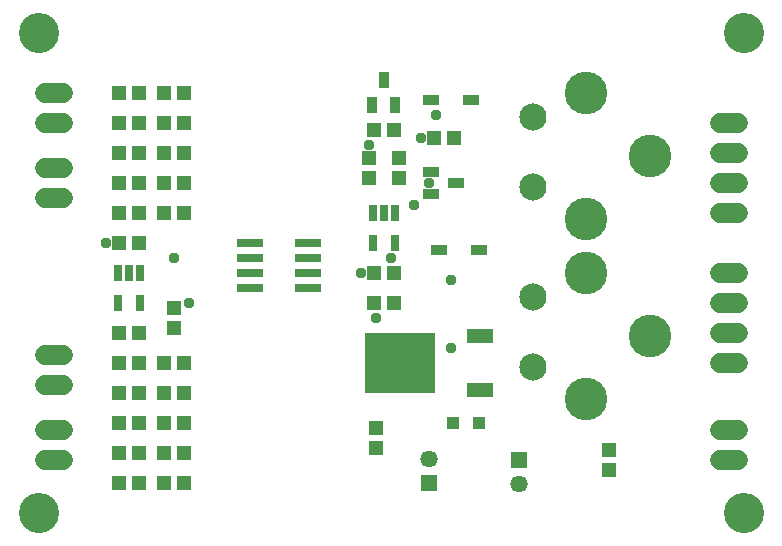
<source format=gbr>
G04 EAGLE Gerber RS-274X export*
G75*
%MOMM*%
%FSLAX34Y34*%
%LPD*%
%INSoldermask Top*%
%IPPOS*%
%AMOC8*
5,1,8,0,0,1.08239X$1,22.5*%
G01*
%ADD10C,3.403200*%
%ADD11R,1.461200X1.461200*%
%ADD12C,1.461200*%
%ADD13R,1.203200X1.303200*%
%ADD14R,1.003200X1.003200*%
%ADD15R,1.403200X0.953200*%
%ADD16R,2.303200X1.203200*%
%ADD17R,6.053200X5.103200*%
%ADD18R,0.803200X1.353200*%
%ADD19R,2.184400X0.762000*%
%ADD20C,2.303200*%
%ADD21C,3.603200*%
%ADD22R,0.853200X1.403200*%
%ADD23R,1.403200X0.853200*%
%ADD24R,1.303200X1.203200*%
%ADD25C,1.711200*%
%ADD26C,0.959600*%


D10*
X25400Y419100D03*
X622300Y12700D03*
X25400Y12700D03*
X622300Y419100D03*
D11*
X431800Y57150D03*
D12*
X431800Y37150D03*
D11*
X355600Y38100D03*
D12*
X355600Y58100D03*
D13*
X508000Y65650D03*
X508000Y48650D03*
X311150Y67700D03*
X311150Y84700D03*
X330200Y296300D03*
X330200Y313300D03*
D14*
X376350Y88900D03*
X398350Y88900D03*
D15*
X391650Y361950D03*
X357650Y361950D03*
X398000Y234950D03*
X364000Y234950D03*
D16*
X399100Y116900D03*
X399100Y162500D03*
D17*
X331100Y139700D03*
D18*
X111100Y216200D03*
X101600Y216200D03*
X92100Y216200D03*
X92100Y190200D03*
X111100Y190200D03*
D19*
X253238Y203200D03*
X253238Y215900D03*
X253238Y228600D03*
X253238Y241300D03*
X203962Y241300D03*
X203962Y228600D03*
X203962Y215900D03*
X203962Y203200D03*
D18*
X327000Y267000D03*
X317500Y267000D03*
X308000Y267000D03*
X308000Y241000D03*
X327000Y241000D03*
D20*
X443950Y288300D03*
D21*
X488950Y261300D03*
X542950Y314800D03*
X488950Y368300D03*
D20*
X443950Y348300D03*
X443950Y135900D03*
D21*
X488950Y108900D03*
X542950Y162400D03*
X488950Y215900D03*
D20*
X443950Y195900D03*
D22*
X307900Y357800D03*
X327100Y357800D03*
X317500Y378800D03*
D23*
X357800Y301700D03*
X357800Y282500D03*
X378800Y292100D03*
D13*
X110100Y38100D03*
X93100Y38100D03*
X131200Y139700D03*
X148200Y139700D03*
X110100Y165100D03*
X93100Y165100D03*
X148200Y342900D03*
X131200Y342900D03*
X131200Y368300D03*
X148200Y368300D03*
X93100Y368300D03*
X110100Y368300D03*
X148200Y317500D03*
X131200Y317500D03*
X110100Y317500D03*
X93100Y317500D03*
X93100Y342900D03*
X110100Y342900D03*
X110100Y292100D03*
X93100Y292100D03*
X148200Y292100D03*
X131200Y292100D03*
X148200Y38100D03*
X131200Y38100D03*
X93100Y266700D03*
X110100Y266700D03*
X148200Y266700D03*
X131200Y266700D03*
X93100Y241300D03*
X110100Y241300D03*
D24*
X139700Y186300D03*
X139700Y169300D03*
X304800Y313300D03*
X304800Y296300D03*
D13*
X326000Y215900D03*
X309000Y215900D03*
X309000Y190500D03*
X326000Y190500D03*
X326000Y336550D03*
X309000Y336550D03*
X376800Y330200D03*
X359800Y330200D03*
X131200Y63500D03*
X148200Y63500D03*
X110100Y63500D03*
X93100Y63500D03*
X93100Y88900D03*
X110100Y88900D03*
X131200Y88900D03*
X148200Y88900D03*
X131200Y114300D03*
X148200Y114300D03*
X93100Y114300D03*
X110100Y114300D03*
X110100Y139700D03*
X93100Y139700D03*
D25*
X45640Y279400D02*
X30560Y279400D01*
X30560Y304800D02*
X45640Y304800D01*
X45640Y342900D02*
X30560Y342900D01*
X30560Y368300D02*
X45640Y368300D01*
X45640Y120650D02*
X30560Y120650D01*
X30560Y146050D02*
X45640Y146050D01*
X45640Y57150D02*
X30560Y57150D01*
X30560Y82550D02*
X45640Y82550D01*
X602060Y82550D02*
X617140Y82550D01*
X617140Y57150D02*
X602060Y57150D01*
X602060Y215900D02*
X617140Y215900D01*
X617140Y190500D02*
X602060Y190500D01*
X602060Y165100D02*
X617140Y165100D01*
X617140Y139700D02*
X602060Y139700D01*
X602060Y342900D02*
X617140Y342900D01*
X617140Y317500D02*
X602060Y317500D01*
X602060Y292100D02*
X617140Y292100D01*
X617140Y266700D02*
X602060Y266700D01*
D26*
X139700Y228600D03*
X152400Y190500D03*
X82550Y241300D03*
X323850Y228600D03*
X374650Y152400D03*
X311150Y177800D03*
X298450Y215900D03*
X304800Y323850D03*
X374650Y209550D03*
X342900Y273050D03*
X349250Y330200D03*
X355600Y292100D03*
X361950Y349250D03*
M02*

</source>
